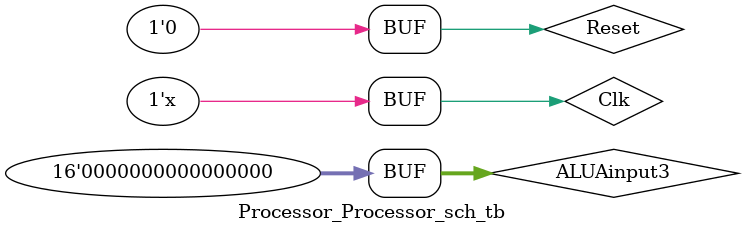
<source format=v>

`timescale 1ns / 1ps

module Processor_Processor_sch_tb();

// Inputs
   reg Clk;
   reg Reset;
   reg [15:0] ALUAinput3;

// Output
   wire C;
   wire L;
   wire F;
   wire Z;
   wire N;

// Bidirs

// Instantiate the UUT
   Processor UUT (
		.C(C), 
		.L(L), 
		.F(F), 
		.Z(Z), 
		.N(N), 
		.Clk(Clk), 
		.Reset(Reset), 
		.ALUAinput3(ALUAinput3)
   );
// Initialize Inputs
	initial begin
		Clk = 0;
		ALUAinput3 = 0;
		Reset = 1;
		#50;
		Reset = 0;


	end
	
	always #10 Clk = ~Clk;
endmodule

</source>
